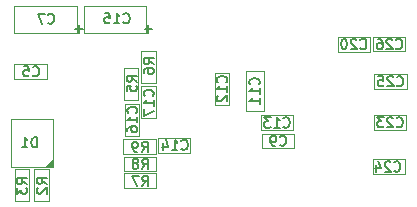
<source format=gbr>
%TF.GenerationSoftware,KiCad,Pcbnew,(6.0.7)*%
%TF.CreationDate,2022-09-07T18:04:23+02:00*%
%TF.ProjectId,BMP2_Railgun,424d5032-5f52-4616-996c-67756e2e6b69,rev?*%
%TF.SameCoordinates,Original*%
%TF.FileFunction,Legend,Bot*%
%TF.FilePolarity,Positive*%
%FSLAX46Y46*%
G04 Gerber Fmt 4.6, Leading zero omitted, Abs format (unit mm)*
G04 Created by KiCad (PCBNEW (6.0.7)) date 2022-09-07 18:04:23*
%MOMM*%
%LPD*%
G01*
G04 APERTURE LIST*
%ADD10C,0.150000*%
%ADD11C,0.120000*%
G04 APERTURE END LIST*
D10*
%TO.C,R9*%
X82743928Y-108759523D02*
X83027261Y-108354761D01*
X83229642Y-108759523D02*
X83229642Y-107909523D01*
X82905833Y-107909523D01*
X82824880Y-107950000D01*
X82784404Y-107990476D01*
X82743928Y-108071428D01*
X82743928Y-108192857D01*
X82784404Y-108273809D01*
X82824880Y-108314285D01*
X82905833Y-108354761D01*
X83229642Y-108354761D01*
X82339166Y-108759523D02*
X82177261Y-108759523D01*
X82096309Y-108719047D01*
X82055833Y-108678571D01*
X81974880Y-108557142D01*
X81934404Y-108395238D01*
X81934404Y-108071428D01*
X81974880Y-107990476D01*
X82015357Y-107950000D01*
X82096309Y-107909523D01*
X82258214Y-107909523D01*
X82339166Y-107950000D01*
X82379642Y-107990476D01*
X82420119Y-108071428D01*
X82420119Y-108273809D01*
X82379642Y-108354761D01*
X82339166Y-108395238D01*
X82258214Y-108435714D01*
X82096309Y-108435714D01*
X82015357Y-108395238D01*
X81974880Y-108354761D01*
X81934404Y-108273809D01*
%TO.C,R8*%
X82768928Y-110209523D02*
X83052261Y-109804761D01*
X83254642Y-110209523D02*
X83254642Y-109359523D01*
X82930833Y-109359523D01*
X82849880Y-109400000D01*
X82809404Y-109440476D01*
X82768928Y-109521428D01*
X82768928Y-109642857D01*
X82809404Y-109723809D01*
X82849880Y-109764285D01*
X82930833Y-109804761D01*
X83254642Y-109804761D01*
X82283214Y-109723809D02*
X82364166Y-109683333D01*
X82404642Y-109642857D01*
X82445119Y-109561904D01*
X82445119Y-109521428D01*
X82404642Y-109440476D01*
X82364166Y-109400000D01*
X82283214Y-109359523D01*
X82121309Y-109359523D01*
X82040357Y-109400000D01*
X81999880Y-109440476D01*
X81959404Y-109521428D01*
X81959404Y-109561904D01*
X81999880Y-109642857D01*
X82040357Y-109683333D01*
X82121309Y-109723809D01*
X82283214Y-109723809D01*
X82364166Y-109764285D01*
X82404642Y-109804761D01*
X82445119Y-109885714D01*
X82445119Y-110047619D01*
X82404642Y-110128571D01*
X82364166Y-110169047D01*
X82283214Y-110209523D01*
X82121309Y-110209523D01*
X82040357Y-110169047D01*
X81999880Y-110128571D01*
X81959404Y-110047619D01*
X81959404Y-109885714D01*
X81999880Y-109804761D01*
X82040357Y-109764285D01*
X82121309Y-109723809D01*
%TO.C,R7*%
X82793928Y-111659523D02*
X83077261Y-111254761D01*
X83279642Y-111659523D02*
X83279642Y-110809523D01*
X82955833Y-110809523D01*
X82874880Y-110850000D01*
X82834404Y-110890476D01*
X82793928Y-110971428D01*
X82793928Y-111092857D01*
X82834404Y-111173809D01*
X82874880Y-111214285D01*
X82955833Y-111254761D01*
X83279642Y-111254761D01*
X82510595Y-110809523D02*
X81943928Y-110809523D01*
X82308214Y-111659523D01*
%TO.C,R6*%
X83759523Y-101331071D02*
X83354761Y-101047738D01*
X83759523Y-100845357D02*
X82909523Y-100845357D01*
X82909523Y-101169166D01*
X82950000Y-101250119D01*
X82990476Y-101290595D01*
X83071428Y-101331071D01*
X83192857Y-101331071D01*
X83273809Y-101290595D01*
X83314285Y-101250119D01*
X83354761Y-101169166D01*
X83354761Y-100845357D01*
X82909523Y-102059642D02*
X82909523Y-101897738D01*
X82950000Y-101816785D01*
X82990476Y-101776309D01*
X83111904Y-101695357D01*
X83273809Y-101654880D01*
X83597619Y-101654880D01*
X83678571Y-101695357D01*
X83719047Y-101735833D01*
X83759523Y-101816785D01*
X83759523Y-101978690D01*
X83719047Y-102059642D01*
X83678571Y-102100119D01*
X83597619Y-102140595D01*
X83395238Y-102140595D01*
X83314285Y-102100119D01*
X83273809Y-102059642D01*
X83233333Y-101978690D01*
X83233333Y-101816785D01*
X83273809Y-101735833D01*
X83314285Y-101695357D01*
X83395238Y-101654880D01*
%TO.C,R5*%
X82309523Y-102831071D02*
X81904761Y-102547738D01*
X82309523Y-102345357D02*
X81459523Y-102345357D01*
X81459523Y-102669166D01*
X81500000Y-102750119D01*
X81540476Y-102790595D01*
X81621428Y-102831071D01*
X81742857Y-102831071D01*
X81823809Y-102790595D01*
X81864285Y-102750119D01*
X81904761Y-102669166D01*
X81904761Y-102345357D01*
X81459523Y-103600119D02*
X81459523Y-103195357D01*
X81864285Y-103154880D01*
X81823809Y-103195357D01*
X81783333Y-103276309D01*
X81783333Y-103478690D01*
X81823809Y-103559642D01*
X81864285Y-103600119D01*
X81945238Y-103640595D01*
X82147619Y-103640595D01*
X82228571Y-103600119D01*
X82269047Y-103559642D01*
X82309523Y-103478690D01*
X82309523Y-103276309D01*
X82269047Y-103195357D01*
X82228571Y-103154880D01*
%TO.C,R3*%
X73009523Y-111510595D02*
X72604761Y-111227261D01*
X73009523Y-111024880D02*
X72159523Y-111024880D01*
X72159523Y-111348690D01*
X72200000Y-111429642D01*
X72240476Y-111470119D01*
X72321428Y-111510595D01*
X72442857Y-111510595D01*
X72523809Y-111470119D01*
X72564285Y-111429642D01*
X72604761Y-111348690D01*
X72604761Y-111024880D01*
X72159523Y-111793928D02*
X72159523Y-112320119D01*
X72483333Y-112036785D01*
X72483333Y-112158214D01*
X72523809Y-112239166D01*
X72564285Y-112279642D01*
X72645238Y-112320119D01*
X72847619Y-112320119D01*
X72928571Y-112279642D01*
X72969047Y-112239166D01*
X73009523Y-112158214D01*
X73009523Y-111915357D01*
X72969047Y-111834404D01*
X72928571Y-111793928D01*
%TO.C,R2*%
X74709523Y-111485595D02*
X74304761Y-111202261D01*
X74709523Y-110999880D02*
X73859523Y-110999880D01*
X73859523Y-111323690D01*
X73900000Y-111404642D01*
X73940476Y-111445119D01*
X74021428Y-111485595D01*
X74142857Y-111485595D01*
X74223809Y-111445119D01*
X74264285Y-111404642D01*
X74304761Y-111323690D01*
X74304761Y-110999880D01*
X73940476Y-111809404D02*
X73900000Y-111849880D01*
X73859523Y-111930833D01*
X73859523Y-112133214D01*
X73900000Y-112214166D01*
X73940476Y-112254642D01*
X74021428Y-112295119D01*
X74102380Y-112295119D01*
X74223809Y-112254642D01*
X74709523Y-111768928D01*
X74709523Y-112295119D01*
%TO.C,D1*%
X73875119Y-108384523D02*
X73875119Y-107534523D01*
X73672738Y-107534523D01*
X73551309Y-107575000D01*
X73470357Y-107655952D01*
X73429880Y-107736904D01*
X73389404Y-107898809D01*
X73389404Y-108020238D01*
X73429880Y-108182142D01*
X73470357Y-108263095D01*
X73551309Y-108344047D01*
X73672738Y-108384523D01*
X73875119Y-108384523D01*
X72579880Y-108384523D02*
X73065595Y-108384523D01*
X72822738Y-108384523D02*
X72822738Y-107534523D01*
X72903690Y-107655952D01*
X72984642Y-107736904D01*
X73065595Y-107777380D01*
%TO.C,C26*%
X104264404Y-99978571D02*
X104304880Y-100019047D01*
X104426309Y-100059523D01*
X104507261Y-100059523D01*
X104628690Y-100019047D01*
X104709642Y-99938095D01*
X104750119Y-99857142D01*
X104790595Y-99695238D01*
X104790595Y-99573809D01*
X104750119Y-99411904D01*
X104709642Y-99330952D01*
X104628690Y-99250000D01*
X104507261Y-99209523D01*
X104426309Y-99209523D01*
X104304880Y-99250000D01*
X104264404Y-99290476D01*
X103940595Y-99290476D02*
X103900119Y-99250000D01*
X103819166Y-99209523D01*
X103616785Y-99209523D01*
X103535833Y-99250000D01*
X103495357Y-99290476D01*
X103454880Y-99371428D01*
X103454880Y-99452380D01*
X103495357Y-99573809D01*
X103981071Y-100059523D01*
X103454880Y-100059523D01*
X102726309Y-99209523D02*
X102888214Y-99209523D01*
X102969166Y-99250000D01*
X103009642Y-99290476D01*
X103090595Y-99411904D01*
X103131071Y-99573809D01*
X103131071Y-99897619D01*
X103090595Y-99978571D01*
X103050119Y-100019047D01*
X102969166Y-100059523D01*
X102807261Y-100059523D01*
X102726309Y-100019047D01*
X102685833Y-99978571D01*
X102645357Y-99897619D01*
X102645357Y-99695238D01*
X102685833Y-99614285D01*
X102726309Y-99573809D01*
X102807261Y-99533333D01*
X102969166Y-99533333D01*
X103050119Y-99573809D01*
X103090595Y-99614285D01*
X103131071Y-99695238D01*
%TO.C,C25*%
X104339404Y-103128571D02*
X104379880Y-103169047D01*
X104501309Y-103209523D01*
X104582261Y-103209523D01*
X104703690Y-103169047D01*
X104784642Y-103088095D01*
X104825119Y-103007142D01*
X104865595Y-102845238D01*
X104865595Y-102723809D01*
X104825119Y-102561904D01*
X104784642Y-102480952D01*
X104703690Y-102400000D01*
X104582261Y-102359523D01*
X104501309Y-102359523D01*
X104379880Y-102400000D01*
X104339404Y-102440476D01*
X104015595Y-102440476D02*
X103975119Y-102400000D01*
X103894166Y-102359523D01*
X103691785Y-102359523D01*
X103610833Y-102400000D01*
X103570357Y-102440476D01*
X103529880Y-102521428D01*
X103529880Y-102602380D01*
X103570357Y-102723809D01*
X104056071Y-103209523D01*
X103529880Y-103209523D01*
X102760833Y-102359523D02*
X103165595Y-102359523D01*
X103206071Y-102764285D01*
X103165595Y-102723809D01*
X103084642Y-102683333D01*
X102882261Y-102683333D01*
X102801309Y-102723809D01*
X102760833Y-102764285D01*
X102720357Y-102845238D01*
X102720357Y-103047619D01*
X102760833Y-103128571D01*
X102801309Y-103169047D01*
X102882261Y-103209523D01*
X103084642Y-103209523D01*
X103165595Y-103169047D01*
X103206071Y-103128571D01*
%TO.C,C24*%
X104114404Y-110353571D02*
X104154880Y-110394047D01*
X104276309Y-110434523D01*
X104357261Y-110434523D01*
X104478690Y-110394047D01*
X104559642Y-110313095D01*
X104600119Y-110232142D01*
X104640595Y-110070238D01*
X104640595Y-109948809D01*
X104600119Y-109786904D01*
X104559642Y-109705952D01*
X104478690Y-109625000D01*
X104357261Y-109584523D01*
X104276309Y-109584523D01*
X104154880Y-109625000D01*
X104114404Y-109665476D01*
X103790595Y-109665476D02*
X103750119Y-109625000D01*
X103669166Y-109584523D01*
X103466785Y-109584523D01*
X103385833Y-109625000D01*
X103345357Y-109665476D01*
X103304880Y-109746428D01*
X103304880Y-109827380D01*
X103345357Y-109948809D01*
X103831071Y-110434523D01*
X103304880Y-110434523D01*
X102576309Y-109867857D02*
X102576309Y-110434523D01*
X102778690Y-109544047D02*
X102981071Y-110151190D01*
X102454880Y-110151190D01*
%TO.C,C23*%
X104314404Y-106603571D02*
X104354880Y-106644047D01*
X104476309Y-106684523D01*
X104557261Y-106684523D01*
X104678690Y-106644047D01*
X104759642Y-106563095D01*
X104800119Y-106482142D01*
X104840595Y-106320238D01*
X104840595Y-106198809D01*
X104800119Y-106036904D01*
X104759642Y-105955952D01*
X104678690Y-105875000D01*
X104557261Y-105834523D01*
X104476309Y-105834523D01*
X104354880Y-105875000D01*
X104314404Y-105915476D01*
X103990595Y-105915476D02*
X103950119Y-105875000D01*
X103869166Y-105834523D01*
X103666785Y-105834523D01*
X103585833Y-105875000D01*
X103545357Y-105915476D01*
X103504880Y-105996428D01*
X103504880Y-106077380D01*
X103545357Y-106198809D01*
X104031071Y-106684523D01*
X103504880Y-106684523D01*
X103221547Y-105834523D02*
X102695357Y-105834523D01*
X102978690Y-106158333D01*
X102857261Y-106158333D01*
X102776309Y-106198809D01*
X102735833Y-106239285D01*
X102695357Y-106320238D01*
X102695357Y-106522619D01*
X102735833Y-106603571D01*
X102776309Y-106644047D01*
X102857261Y-106684523D01*
X103100119Y-106684523D01*
X103181071Y-106644047D01*
X103221547Y-106603571D01*
%TO.C,C20*%
X101239404Y-99978571D02*
X101279880Y-100019047D01*
X101401309Y-100059523D01*
X101482261Y-100059523D01*
X101603690Y-100019047D01*
X101684642Y-99938095D01*
X101725119Y-99857142D01*
X101765595Y-99695238D01*
X101765595Y-99573809D01*
X101725119Y-99411904D01*
X101684642Y-99330952D01*
X101603690Y-99250000D01*
X101482261Y-99209523D01*
X101401309Y-99209523D01*
X101279880Y-99250000D01*
X101239404Y-99290476D01*
X100915595Y-99290476D02*
X100875119Y-99250000D01*
X100794166Y-99209523D01*
X100591785Y-99209523D01*
X100510833Y-99250000D01*
X100470357Y-99290476D01*
X100429880Y-99371428D01*
X100429880Y-99452380D01*
X100470357Y-99573809D01*
X100956071Y-100059523D01*
X100429880Y-100059523D01*
X99903690Y-99209523D02*
X99822738Y-99209523D01*
X99741785Y-99250000D01*
X99701309Y-99290476D01*
X99660833Y-99371428D01*
X99620357Y-99533333D01*
X99620357Y-99735714D01*
X99660833Y-99897619D01*
X99701309Y-99978571D01*
X99741785Y-100019047D01*
X99822738Y-100059523D01*
X99903690Y-100059523D01*
X99984642Y-100019047D01*
X100025119Y-99978571D01*
X100065595Y-99897619D01*
X100106071Y-99735714D01*
X100106071Y-99533333D01*
X100065595Y-99371428D01*
X100025119Y-99290476D01*
X99984642Y-99250000D01*
X99903690Y-99209523D01*
%TO.C,C17*%
X83678571Y-104035595D02*
X83719047Y-103995119D01*
X83759523Y-103873690D01*
X83759523Y-103792738D01*
X83719047Y-103671309D01*
X83638095Y-103590357D01*
X83557142Y-103549880D01*
X83395238Y-103509404D01*
X83273809Y-103509404D01*
X83111904Y-103549880D01*
X83030952Y-103590357D01*
X82950000Y-103671309D01*
X82909523Y-103792738D01*
X82909523Y-103873690D01*
X82950000Y-103995119D01*
X82990476Y-104035595D01*
X83759523Y-104845119D02*
X83759523Y-104359404D01*
X83759523Y-104602261D02*
X82909523Y-104602261D01*
X83030952Y-104521309D01*
X83111904Y-104440357D01*
X83152380Y-104359404D01*
X82909523Y-105128452D02*
X82909523Y-105695119D01*
X83759523Y-105330833D01*
%TO.C,C16*%
X82278571Y-105471547D02*
X82319047Y-105431071D01*
X82359523Y-105309642D01*
X82359523Y-105228690D01*
X82319047Y-105107261D01*
X82238095Y-105026309D01*
X82157142Y-104985833D01*
X81995238Y-104945357D01*
X81873809Y-104945357D01*
X81711904Y-104985833D01*
X81630952Y-105026309D01*
X81550000Y-105107261D01*
X81509523Y-105228690D01*
X81509523Y-105309642D01*
X81550000Y-105431071D01*
X81590476Y-105471547D01*
X82359523Y-106281071D02*
X82359523Y-105795357D01*
X82359523Y-106038214D02*
X81509523Y-106038214D01*
X81630952Y-105957261D01*
X81711904Y-105876309D01*
X81752380Y-105795357D01*
X81509523Y-107009642D02*
X81509523Y-106847738D01*
X81550000Y-106766785D01*
X81590476Y-106726309D01*
X81711904Y-106645357D01*
X81873809Y-106604880D01*
X82197619Y-106604880D01*
X82278571Y-106645357D01*
X82319047Y-106685833D01*
X82359523Y-106766785D01*
X82359523Y-106928690D01*
X82319047Y-107009642D01*
X82278571Y-107050119D01*
X82197619Y-107090595D01*
X81995238Y-107090595D01*
X81914285Y-107050119D01*
X81873809Y-107009642D01*
X81833333Y-106928690D01*
X81833333Y-106766785D01*
X81873809Y-106685833D01*
X81914285Y-106645357D01*
X81995238Y-106604880D01*
%TO.C,C15*%
X81178452Y-97803571D02*
X81218928Y-97844047D01*
X81340357Y-97884523D01*
X81421309Y-97884523D01*
X81542738Y-97844047D01*
X81623690Y-97763095D01*
X81664166Y-97682142D01*
X81704642Y-97520238D01*
X81704642Y-97398809D01*
X81664166Y-97236904D01*
X81623690Y-97155952D01*
X81542738Y-97075000D01*
X81421309Y-97034523D01*
X81340357Y-97034523D01*
X81218928Y-97075000D01*
X81178452Y-97115476D01*
X80368928Y-97884523D02*
X80854642Y-97884523D01*
X80611785Y-97884523D02*
X80611785Y-97034523D01*
X80692738Y-97155952D01*
X80773690Y-97236904D01*
X80854642Y-97277380D01*
X79599880Y-97034523D02*
X80004642Y-97034523D01*
X80045119Y-97439285D01*
X80004642Y-97398809D01*
X79923690Y-97358333D01*
X79721309Y-97358333D01*
X79640357Y-97398809D01*
X79599880Y-97439285D01*
X79559404Y-97520238D01*
X79559404Y-97722619D01*
X79599880Y-97803571D01*
X79640357Y-97844047D01*
X79721309Y-97884523D01*
X79923690Y-97884523D01*
X80004642Y-97844047D01*
X80045119Y-97803571D01*
X83622500Y-98385714D02*
X82974880Y-98385714D01*
X83298690Y-98709523D02*
X83298690Y-98061904D01*
%TO.C,C14*%
X86089404Y-108528571D02*
X86129880Y-108569047D01*
X86251309Y-108609523D01*
X86332261Y-108609523D01*
X86453690Y-108569047D01*
X86534642Y-108488095D01*
X86575119Y-108407142D01*
X86615595Y-108245238D01*
X86615595Y-108123809D01*
X86575119Y-107961904D01*
X86534642Y-107880952D01*
X86453690Y-107800000D01*
X86332261Y-107759523D01*
X86251309Y-107759523D01*
X86129880Y-107800000D01*
X86089404Y-107840476D01*
X85279880Y-108609523D02*
X85765595Y-108609523D01*
X85522738Y-108609523D02*
X85522738Y-107759523D01*
X85603690Y-107880952D01*
X85684642Y-107961904D01*
X85765595Y-108002380D01*
X84551309Y-108042857D02*
X84551309Y-108609523D01*
X84753690Y-107719047D02*
X84956071Y-108326190D01*
X84429880Y-108326190D01*
%TO.C,C13*%
X94739404Y-106628571D02*
X94779880Y-106669047D01*
X94901309Y-106709523D01*
X94982261Y-106709523D01*
X95103690Y-106669047D01*
X95184642Y-106588095D01*
X95225119Y-106507142D01*
X95265595Y-106345238D01*
X95265595Y-106223809D01*
X95225119Y-106061904D01*
X95184642Y-105980952D01*
X95103690Y-105900000D01*
X94982261Y-105859523D01*
X94901309Y-105859523D01*
X94779880Y-105900000D01*
X94739404Y-105940476D01*
X93929880Y-106709523D02*
X94415595Y-106709523D01*
X94172738Y-106709523D02*
X94172738Y-105859523D01*
X94253690Y-105980952D01*
X94334642Y-106061904D01*
X94415595Y-106102380D01*
X93646547Y-105859523D02*
X93120357Y-105859523D01*
X93403690Y-106183333D01*
X93282261Y-106183333D01*
X93201309Y-106223809D01*
X93160833Y-106264285D01*
X93120357Y-106345238D01*
X93120357Y-106547619D01*
X93160833Y-106628571D01*
X93201309Y-106669047D01*
X93282261Y-106709523D01*
X93525119Y-106709523D01*
X93606071Y-106669047D01*
X93646547Y-106628571D01*
%TO.C,C12*%
X89878571Y-102885595D02*
X89919047Y-102845119D01*
X89959523Y-102723690D01*
X89959523Y-102642738D01*
X89919047Y-102521309D01*
X89838095Y-102440357D01*
X89757142Y-102399880D01*
X89595238Y-102359404D01*
X89473809Y-102359404D01*
X89311904Y-102399880D01*
X89230952Y-102440357D01*
X89150000Y-102521309D01*
X89109523Y-102642738D01*
X89109523Y-102723690D01*
X89150000Y-102845119D01*
X89190476Y-102885595D01*
X89959523Y-103695119D02*
X89959523Y-103209404D01*
X89959523Y-103452261D02*
X89109523Y-103452261D01*
X89230952Y-103371309D01*
X89311904Y-103290357D01*
X89352380Y-103209404D01*
X89190476Y-104018928D02*
X89150000Y-104059404D01*
X89109523Y-104140357D01*
X89109523Y-104342738D01*
X89150000Y-104423690D01*
X89190476Y-104464166D01*
X89271428Y-104504642D01*
X89352380Y-104504642D01*
X89473809Y-104464166D01*
X89959523Y-103978452D01*
X89959523Y-104504642D01*
%TO.C,C11*%
X92628571Y-103060595D02*
X92669047Y-103020119D01*
X92709523Y-102898690D01*
X92709523Y-102817738D01*
X92669047Y-102696309D01*
X92588095Y-102615357D01*
X92507142Y-102574880D01*
X92345238Y-102534404D01*
X92223809Y-102534404D01*
X92061904Y-102574880D01*
X91980952Y-102615357D01*
X91900000Y-102696309D01*
X91859523Y-102817738D01*
X91859523Y-102898690D01*
X91900000Y-103020119D01*
X91940476Y-103060595D01*
X92709523Y-103870119D02*
X92709523Y-103384404D01*
X92709523Y-103627261D02*
X91859523Y-103627261D01*
X91980952Y-103546309D01*
X92061904Y-103465357D01*
X92102380Y-103384404D01*
X92709523Y-104679642D02*
X92709523Y-104193928D01*
X92709523Y-104436785D02*
X91859523Y-104436785D01*
X91980952Y-104355833D01*
X92061904Y-104274880D01*
X92102380Y-104193928D01*
%TO.C,C9*%
X94439404Y-108178571D02*
X94479880Y-108219047D01*
X94601309Y-108259523D01*
X94682261Y-108259523D01*
X94803690Y-108219047D01*
X94884642Y-108138095D01*
X94925119Y-108057142D01*
X94965595Y-107895238D01*
X94965595Y-107773809D01*
X94925119Y-107611904D01*
X94884642Y-107530952D01*
X94803690Y-107450000D01*
X94682261Y-107409523D01*
X94601309Y-107409523D01*
X94479880Y-107450000D01*
X94439404Y-107490476D01*
X94034642Y-108259523D02*
X93872738Y-108259523D01*
X93791785Y-108219047D01*
X93751309Y-108178571D01*
X93670357Y-108057142D01*
X93629880Y-107895238D01*
X93629880Y-107571428D01*
X93670357Y-107490476D01*
X93710833Y-107450000D01*
X93791785Y-107409523D01*
X93953690Y-107409523D01*
X94034642Y-107450000D01*
X94075119Y-107490476D01*
X94115595Y-107571428D01*
X94115595Y-107773809D01*
X94075119Y-107854761D01*
X94034642Y-107895238D01*
X93953690Y-107935714D01*
X93791785Y-107935714D01*
X93710833Y-107895238D01*
X93670357Y-107854761D01*
X93629880Y-107773809D01*
%TO.C,C7*%
X74793928Y-97853571D02*
X74834404Y-97894047D01*
X74955833Y-97934523D01*
X75036785Y-97934523D01*
X75158214Y-97894047D01*
X75239166Y-97813095D01*
X75279642Y-97732142D01*
X75320119Y-97570238D01*
X75320119Y-97448809D01*
X75279642Y-97286904D01*
X75239166Y-97205952D01*
X75158214Y-97125000D01*
X75036785Y-97084523D01*
X74955833Y-97084523D01*
X74834404Y-97125000D01*
X74793928Y-97165476D01*
X74510595Y-97084523D02*
X73943928Y-97084523D01*
X74308214Y-97934523D01*
X77772500Y-98385714D02*
X77124880Y-98385714D01*
X77448690Y-98709523D02*
X77448690Y-98061904D01*
%TO.C,C5*%
X73514404Y-102278571D02*
X73554880Y-102319047D01*
X73676309Y-102359523D01*
X73757261Y-102359523D01*
X73878690Y-102319047D01*
X73959642Y-102238095D01*
X74000119Y-102157142D01*
X74040595Y-101995238D01*
X74040595Y-101873809D01*
X74000119Y-101711904D01*
X73959642Y-101630952D01*
X73878690Y-101550000D01*
X73757261Y-101509523D01*
X73676309Y-101509523D01*
X73554880Y-101550000D01*
X73514404Y-101590476D01*
X72745357Y-101509523D02*
X73150119Y-101509523D01*
X73190595Y-101914285D01*
X73150119Y-101873809D01*
X73069166Y-101833333D01*
X72866785Y-101833333D01*
X72785833Y-101873809D01*
X72745357Y-101914285D01*
X72704880Y-101995238D01*
X72704880Y-102197619D01*
X72745357Y-102278571D01*
X72785833Y-102319047D01*
X72866785Y-102359523D01*
X73069166Y-102359523D01*
X73150119Y-102319047D01*
X73190595Y-102278571D01*
D11*
%TO.C,R9*%
X83910000Y-107715000D02*
X81190000Y-107715000D01*
X81190000Y-107715000D02*
X81190000Y-108935000D01*
X81190000Y-108935000D02*
X83910000Y-108935000D01*
X83910000Y-108935000D02*
X83910000Y-107715000D01*
%TO.C,R8*%
X83935000Y-109165000D02*
X81215000Y-109165000D01*
X81215000Y-109165000D02*
X81215000Y-110385000D01*
X81215000Y-110385000D02*
X83935000Y-110385000D01*
X83935000Y-110385000D02*
X83935000Y-109165000D01*
%TO.C,R7*%
X83935000Y-110590000D02*
X81215000Y-110590000D01*
X81215000Y-110590000D02*
X81215000Y-111810000D01*
X81215000Y-111810000D02*
X83935000Y-111810000D01*
X83935000Y-111810000D02*
X83935000Y-110590000D01*
%TO.C,R6*%
X82715000Y-100215000D02*
X82715000Y-102935000D01*
X82715000Y-102935000D02*
X83935000Y-102935000D01*
X83935000Y-102935000D02*
X83935000Y-100215000D01*
X83935000Y-100215000D02*
X82715000Y-100215000D01*
%TO.C,R5*%
X81240000Y-101665000D02*
X81240000Y-104385000D01*
X81240000Y-104385000D02*
X82460000Y-104385000D01*
X82460000Y-104385000D02*
X82460000Y-101665000D01*
X82460000Y-101665000D02*
X81240000Y-101665000D01*
%TO.C,R3*%
X73210000Y-112960000D02*
X73210000Y-110240000D01*
X73210000Y-110240000D02*
X71990000Y-110240000D01*
X71990000Y-110240000D02*
X71990000Y-112960000D01*
X71990000Y-112960000D02*
X73210000Y-112960000D01*
%TO.C,R2*%
X74860000Y-112960000D02*
X74860000Y-110240000D01*
X74860000Y-110240000D02*
X73640000Y-110240000D01*
X73640000Y-110240000D02*
X73640000Y-112960000D01*
X73640000Y-112960000D02*
X74860000Y-112960000D01*
%TO.C,D1*%
X75210000Y-110010000D02*
X75210000Y-105990000D01*
X71640000Y-110010000D02*
X75210000Y-110010000D01*
X71640000Y-105990000D02*
X71640000Y-110010000D01*
X75210000Y-105990000D02*
X71640000Y-105990000D01*
G36*
X75270000Y-110070000D02*
G01*
X74555147Y-110070000D01*
X75270000Y-109355147D01*
X75270000Y-110070000D01*
G37*
%TO.C,C26*%
X102340000Y-100260000D02*
X105060000Y-100260000D01*
X105060000Y-100260000D02*
X105060000Y-99040000D01*
X105060000Y-99040000D02*
X102340000Y-99040000D01*
X102340000Y-99040000D02*
X102340000Y-100260000D01*
%TO.C,C25*%
X102440000Y-103435000D02*
X105160000Y-103435000D01*
X105160000Y-103435000D02*
X105160000Y-102215000D01*
X105160000Y-102215000D02*
X102440000Y-102215000D01*
X102440000Y-102215000D02*
X102440000Y-103435000D01*
%TO.C,C24*%
X102290000Y-110635000D02*
X105010000Y-110635000D01*
X105010000Y-110635000D02*
X105010000Y-109415000D01*
X105010000Y-109415000D02*
X102290000Y-109415000D01*
X102290000Y-109415000D02*
X102290000Y-110635000D01*
%TO.C,C23*%
X102415000Y-106885000D02*
X105135000Y-106885000D01*
X105135000Y-106885000D02*
X105135000Y-105665000D01*
X105135000Y-105665000D02*
X102415000Y-105665000D01*
X102415000Y-105665000D02*
X102415000Y-106885000D01*
%TO.C,C20*%
X99340000Y-100285000D02*
X102060000Y-100285000D01*
X102060000Y-100285000D02*
X102060000Y-99065000D01*
X102060000Y-99065000D02*
X99340000Y-99065000D01*
X99340000Y-99065000D02*
X99340000Y-100285000D01*
%TO.C,C17*%
X83935000Y-105935000D02*
X83935000Y-103215000D01*
X83935000Y-103215000D02*
X82715000Y-103215000D01*
X82715000Y-103215000D02*
X82715000Y-105935000D01*
X82715000Y-105935000D02*
X83935000Y-105935000D01*
%TO.C,C16*%
X81290000Y-104715000D02*
X81290000Y-107435000D01*
X81290000Y-107435000D02*
X82510000Y-107435000D01*
X82510000Y-107435000D02*
X82510000Y-104715000D01*
X82510000Y-104715000D02*
X81290000Y-104715000D01*
%TO.C,C15*%
X77815000Y-98710000D02*
X77815000Y-96390000D01*
X77815000Y-96390000D02*
X83135000Y-96390000D01*
X83135000Y-98710000D02*
X77815000Y-98710000D01*
X83135000Y-96390000D02*
X83135000Y-98710000D01*
%TO.C,C14*%
X84140000Y-108835000D02*
X86860000Y-108835000D01*
X86860000Y-108835000D02*
X86860000Y-107615000D01*
X86860000Y-107615000D02*
X84140000Y-107615000D01*
X84140000Y-107615000D02*
X84140000Y-108835000D01*
%TO.C,C13*%
X92840000Y-106885000D02*
X95560000Y-106885000D01*
X95560000Y-106885000D02*
X95560000Y-105665000D01*
X95560000Y-105665000D02*
X92840000Y-105665000D01*
X92840000Y-105665000D02*
X92840000Y-106885000D01*
%TO.C,C12*%
X90135000Y-104785000D02*
X90135000Y-102065000D01*
X90135000Y-102065000D02*
X88915000Y-102065000D01*
X88915000Y-102065000D02*
X88915000Y-104785000D01*
X88915000Y-104785000D02*
X90135000Y-104785000D01*
%TO.C,C11*%
X91565000Y-101965000D02*
X91565000Y-105285000D01*
X93085000Y-105285000D02*
X93085000Y-101965000D01*
X91565000Y-105285000D02*
X93085000Y-105285000D01*
X93085000Y-101965000D02*
X91565000Y-101965000D01*
%TO.C,C9*%
X92915000Y-108460000D02*
X95635000Y-108460000D01*
X95635000Y-108460000D02*
X95635000Y-107240000D01*
X95635000Y-107240000D02*
X92915000Y-107240000D01*
X92915000Y-107240000D02*
X92915000Y-108460000D01*
%TO.C,C7*%
X71965000Y-98710000D02*
X71965000Y-96390000D01*
X71965000Y-96390000D02*
X77285000Y-96390000D01*
X77285000Y-98710000D02*
X71965000Y-98710000D01*
X77285000Y-96390000D02*
X77285000Y-98710000D01*
%TO.C,C5*%
X71965000Y-102560000D02*
X74685000Y-102560000D01*
X74685000Y-102560000D02*
X74685000Y-101340000D01*
X74685000Y-101340000D02*
X71965000Y-101340000D01*
X71965000Y-101340000D02*
X71965000Y-102560000D01*
%TD*%
M02*

</source>
